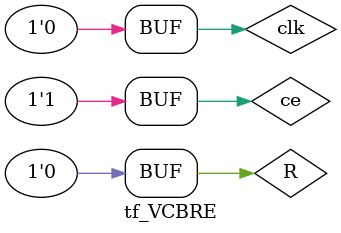
<source format=v>
`timescale 1ns / 1ps


module tf_VCBRE;

	// Inputs
	reg ce;
	reg clk;
	reg R;

	// Outputs
	wire [3:0] Q;
	wire TC;
	wire CEO;

	// Instantiate the Unit Under Test (UUT)
	VCB4RE uut (
		.ce(ce), 
		.Q(Q), 
		.clk(clk), 
		.TC(TC), 
		.R(R), 
		.CEO(CEO)
	);

	parameter Tclk=20; //Ïåðèîä ñèãíàëà ñèíõðîíèçàöèè 20 íñ
	always begin clk=1; #(Tclk/2); clk=0; #(Tclk/2); end

	initial begin
		// Initialize Inputs
		ce = 0;
		R = 0;

		// Wait 100 ns for global reset to finish
		#100; ce = 1;
		#100; R = 1; #20; R = 0;
		#100; ce = 0; R = 1; #20; R = 0;
		#60; ce = 1;

		
		// Add stimulus here

	end
      
endmodule


</source>
